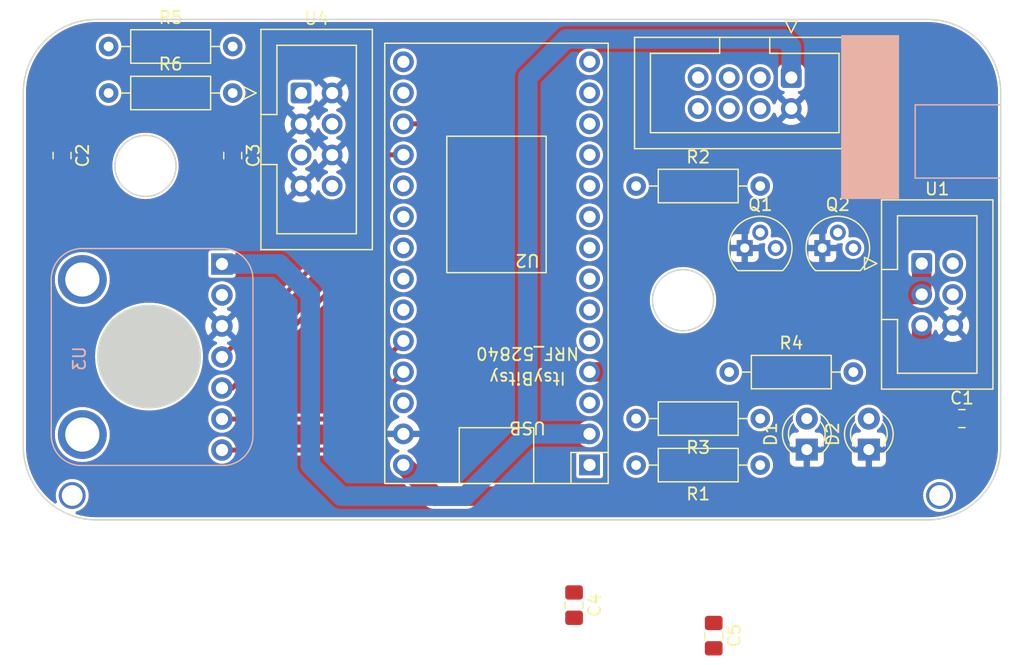
<source format=kicad_pcb>
(kicad_pcb (version 20221018) (generator pcbnew)
  (layers (0 "F.Cu" signal) (31 "B.Cu" signal) (34 "B.Paste" user) (35 "F.Paste" user) (36 "B.SilkS" user "B.Silkscreen") (37 "F.SilkS" user "F.Silkscreen") (38 "B.Mask" user) (39 "F.Mask" user) (44 "Edge.Cuts" user))
  (net 0 "")
  (net 1 "/Button_Green")
  (net 2 "GND")
  (net 3 "/Button_Red")
  (net 4 "+3.3V")
  (net 5 "Net-(D1-A)")
  (net 6 "Net-(D2-A)")
  (net 7 "Net-(Q1-G)")
  (net 8 "/Valve-")
  (net 9 "Net-(Q2-G)")
  (net 10 "/Pump-")
  (net 11 "/Valve_Ctrl")
  (net 12 "/Pump_Ctrl")
  (net 13 "Net-(R5-Pad2)")
  (net 14 "Net-(R6-Pad2)")
  (net 15 "VDD")
  (net 16 "+BATT")
  (net 19 "/EOC")
  (net 20 "/Sensor_RESET")
  (net 21 "/BL")
  (net 22 "/Display_RESET")
  (net 23 "/CS")
  (net 24 "/DC")
  (net 25 "/SCK")
  (net 26 "/MOSI")
  (net 31 "Net-(U2-SDA)")
  (net 32 "Net-(U2-SCL)")
  (net 33 "/Led_Red")
  (net 34 "/Led_Green")
  (footprint "Resistor_THT:R_Axial_DIN0207_L6.3mm_D2.5mm_P10.16mm_Horizontal" (layer "F.Cu") (at -323.85 119.38)
    (fp_text reference "R4" (at 5.08 -2.37) (layer "F.SilkS"))
    (fp_text value "100R")
    (fp_line (start 1.04 0) (end 1.81 0) (stroke (width 0.12)) (layer "F.SilkS"))
    (fp_line (start 1.81 -1.37) (end 1.81 1.37) (stroke (width 0.12)) (layer "F.SilkS"))
    (fp_line (start 1.81 1.37) (end 8.35 1.37) (stroke (width 0.12)) (layer "F.SilkS"))
    (fp_line (start 8.35 -1.37) (end 1.81 -1.37) (stroke (width 0.12)) (layer "F.SilkS"))
    (fp_line (start 8.35 1.37) (end 8.35 -1.37) (stroke (width 0.12)) (layer "F.SilkS"))
    (fp_line (start 9.12 0) (end 8.35 0) (stroke (width 0.12)) (layer "F.SilkS"))
    (pad "1" thru_hole circle (at 0 0) (size 1.6 1.6) (drill 0.8) (layers "*.Cu" "*.Mask") (net 12 "/Pump_Ctrl"))
    (pad "2" thru_hole oval (at 10.16 0) (size 1.6 1.6) (drill 0.8) (layers "*.Cu" "*.Mask") (net 9 "Net-(Q2-G)"))
  )
  (footprint "_PRO_MCU:BoardGeometry" (layer "F.Cu") (at -341.63 110.49)
    (fp_text reference "Logo" hide)
    (fp_text value "BoardGeometry")
    (fp_line (start 33 -13) (end 40 -13) (stroke (width 0.12)) (layer "B.SilkS"))
    (fp_line (start 33 -7) (end 33 -13) (stroke (width 0.12)) (layer "B.SilkS"))
    (fp_line (start 40 -7) (end 33 -7) (stroke (width 0.12)) (layer "B.SilkS"))
    (fp_rect (start 31.624 -18.652) (end 27 -5.348) (stroke (width 0.12)) (fill solid) (layer "B.SilkS"))
    (fp_line (start -40 15) (end -40 -14) (stroke (width 0.12)) (layer "Edge.Cuts"))
    (fp_line (start -34 -20) (end 34 -20) (stroke (width 0.12)) (layer "Edge.Cuts"))
    (fp_line (start 34 21) (end -34 21) (stroke (width 0.12)) (layer "Edge.Cuts"))
    (fp_line (start 40 -14) (end 40 15) (stroke (width 0.12)) (layer "Edge.Cuts"))
    (fp_arc (start -40 -14) (mid -38.242641 -18.242641) (end -34 -20) (stroke (width 0.12)) (layer "Edge.Cuts"))
    (fp_arc (start -34 21) (mid -38.242641 19.242641) (end -40 15) (stroke (width 0.12)) (layer "Edge.Cuts"))
    (fp_arc (start 34 -20) (mid 38.242641 -18.242641) (end 40 -14) (stroke (width 0.12)) (layer "Edge.Cuts"))
    (fp_arc (start 40 15) (mid 38.242641 19.242641) (end 34 21) (stroke (width 0.12)) (layer "Edge.Cuts"))
    (fp_circle (center -30 -8) (end -27.5 -8) (stroke (width 0.12)) (fill none) (layer "Edge.Cuts"))
    (fp_circle (center 14 3) (end 16.5 3) (stroke (width 0.12)) (fill none) (layer "Edge.Cuts"))
    (pad "" thru_hole circle (at -36 19) (size 2.2 2.2) (drill 1.7) (layers "*.Cu" "*.Mask"))
    (pad "" thru_hole circle (at 35 19) (size 2.2 2.2) (drill 1.7) (layers "*.Cu" "*.Mask"))
  )
  (footprint "Capacitor_SMD:C_0805_2012Metric_Pad1.18x1.45mm_HandSolder" (layer "F.Cu") (at -325.12 140.97 -90)
    (fp_text reference "C5" (at 0 -1.68 -90) (layer "F.SilkS"))
    (fp_text value "220nF")
    (fp_line (start -0.261252 -0.735) (end 0.261252 -0.735) (stroke (width 0.12)) (layer "F.SilkS"))
    (fp_line (start -0.261252 0.735) (end 0.261252 0.735) (stroke (width 0.12)) (layer "F.SilkS"))
    (pad "1" smd roundrect (at -1.0375 0 270) (size 1.175 1.45) (layers "F.Cu" "F.Paste" "F.Mask") (roundrect_rratio 0.212766) (net 4 "+3.3V"))
    (pad "2" smd roundrect (at 1.0375 0 270) (size 1.175 1.45) (layers "F.Cu" "F.Paste" "F.Mask") (roundrect_rratio 0.212766) (net 2 "GND"))
  )
  (footprint "PRO_MCU:ItsyBitsy_NRF52840" (layer "F.Cu") (at -342.9 111.76 180)
    (fp_text reference "U2" (at -2.54 1.524 180 unlocked) (layer "F.SilkS"))
    (fp_text value "ItsyBitsy_NRF52840")
    (fp_text user "NRF_52840" (at -2.54 -6.096 180 unlocked) (layer "F.SilkS"))
    (fp_text user "ItsyBitsy" (at -2.54 -8.128 180 unlocked) (layer "F.SilkS"))
    (fp_text user "USB" (at -2.54 -12.192 180 unlocked) (layer "F.SilkS"))
    (fp_line (start -6.096 -16.748) (end -6.096 -14.208) (stroke (width 0.12)) (layer "F.SilkS"))
    (fp_line (start -6.096 -14.208) (end -9.144 -14.208) (stroke (width 0.12)) (layer "F.SilkS"))
    (fp_rect (start -9.144 -16.748) (end 9.144 19.32) (stroke (width 0.12)) (fill none) (layer "F.SilkS"))
    (fp_rect (start -4.064 0.524) (end 4.064 11.7) (stroke (width 0.12)) (fill none) (layer "F.SilkS"))
    (fp_rect (start -3.048 -16.748) (end 3.048 -12.176) (stroke (width 0.12)) (fill none) (layer "F.SilkS"))
    (pad "1" thru_hole rect (at -7.62 -15.224 180) (size 1.7 1.7) (drill 1) (layers "*.Cu" "*.Mask"))
    (pad "2" thru_hole oval (at -7.62 -12.684 180) (size 1.7 1.7) (drill 1) (layers "*.Cu" "*.Mask") (net 4 "+3.3V"))
    (pad "3" thru_hole oval (at -7.62 -10.144 180) (size 1.7 1.7) (drill 1) (layers "*.Cu" "*.Mask"))
    (pad "4" thru_hole oval (at -7.62 -7.604 180) (size 1.7 1.7) (drill 1) (layers "*.Cu" "*.Mask") (net 15 "VDD"))
    (pad "5" thru_hole oval (at -7.62 -5.064 180) (size 1.7 1.7) (drill 1) (layers "*.Cu" "*.Mask") (net 11 "/Valve_Ctrl"))
    (pad "6" thru_hole oval (at -7.62 -2.524 180) (size 1.7 1.7) (drill 1) (layers "*.Cu" "*.Mask") (net 12 "/Pump_Ctrl"))
    (pad "7" thru_hole oval (at -7.62 0.016 180) (size 1.7 1.7) (drill 1) (layers "*.Cu" "*.Mask") (net 21 "/BL"))
    (pad "8" thru_hole oval (at -7.62 2.556 180) (size 1.7 1.7) (drill 1) (layers "*.Cu" "*.Mask") (net 22 "/Display_RESET"))
    (pad "9" thru_hole oval (at -7.62 5.096 180) (size 1.7 1.7) (drill 1) (layers "*.Cu" "*.Mask") (net 23 "/CS"))
    (pad "10" thru_hole oval (at -7.62 7.636 180) (size 1.7 1.7) (drill 1) (layers "*.Cu" "*.Mask") (net 24 "/DC"))
    (pad "11" thru_hole oval (at -7.62 10.176 180) (size 1.7 1.7) (drill 1) (layers "*.Cu" "*.Mask") (net 25 "/SCK"))
    (pad "12" thru_hole oval (at -7.62 12.716 180) (size 1.7 1.7) (drill 1) (layers "*.Cu" "*.Mask") (net 26 "/MOSI"))
    (pad "13" thru_hole oval (at -7.62 15.256 180) (size 1.7 1.7) (drill 1) (layers "*.Cu" "*.Mask"))
    (pad "14" thru_hole oval (at -7.62 17.796 180) (size 1.7 1.7) (drill 1) (layers "*.Cu" "*.Mask"))
    (pad "15" thru_hole oval (at 7.62 17.796 180) (size 1.7 1.7) (drill 1) (layers "*.Cu" "*.Mask"))
    (pad "16" thru_hole oval (at 7.62 15.256 180) (size 1.7 1.7) (drill 1) (layers "*.Cu" "*.Mask"))
    (pad "17" thru_hole oval (at 7.62 12.716 180) (size 1.7 1.7) (drill 1) (layers "*.Cu" "*.Mask") (net 31 "Net-(U2-SDA)"))
    (pad "18" thru_hole oval (at 7.62 10.176 180) (size 1.7 1.7) (drill 1) (layers "*.Cu" "*.Mask") (net 32 "Net-(U2-SCL)"))
    (pad "19" thru_hole oval (at 7.62 7.636 180) (size 1.7 1.7) (drill 1) (layers "*.Cu" "*.Mask") (net 33 "/Led_Red"))
    (pad "20" thru_hole oval (at 7.62 5.096 180) (size 1.7 1.7) (drill 1) (layers "*.Cu" "*.Mask") (net 1 "/Button_Green"))
    (pad "21" thru_hole oval (at 7.62 2.556 180) (size 1.7 1.7) (drill 1) (layers "*.Cu" "*.Mask") (net 3 "/Button_Red"))
    (pad "22" thru_hole oval (at 7.62 0.016 180) (size 1.7 1.7) (drill 1) (layers "*.Cu" "*.Mask") (net 34 "/Led_Green"))
    (pad "23" thru_hole oval (at 7.62 -2.524 180) (size 1.7 1.7) (drill 1) (layers "*.Cu" "*.Mask"))
    (pad "24" thru_hole oval (at 7.62 -5.064 180) (size 1.7 1.7) (drill 1) (layers "*.Cu" "*.Mask") (net 19 "/EOC"))
    (pad "25" thru_hole oval (at 7.62 -7.604 180) (size 1.7 1.7) (drill 1) (layers "*.Cu" "*.Mask") (net 20 "/Sensor_RESET"))
    (pad "26" thru_hole oval (at 7.62 -10.144 180) (size 1.7 1.7) (drill 1) (layers "*.Cu" "*.Mask"))
    (pad "27" thru_hole oval (at 7.62 -12.684 180) (size 1.7 1.7) (drill 1) (layers "*.Cu" "*.Mask") (net 2 "GND"))
    (pad "28" thru_hole oval (at 7.62 -15.224 180) (size 1.7 1.7) (drill 1) (layers "*.Cu" "*.Mask") (net 16 "+BATT"))
  )
  (footprint "Resistor_THT:R_Axial_DIN0207_L6.3mm_D2.5mm_P10.16mm_Horizontal" (layer "F.Cu") (at -321.31 127 180)
    (fp_text reference "R1" (at 5.08 -2.37) (layer "F.SilkS"))
    (fp_text value "680R")
    (fp_line (start 1.04 0) (end 1.81 0) (stroke (width 0.12)) (layer "F.SilkS"))
    (fp_line (start 1.81 -1.37) (end 1.81 1.37) (stroke (width 0.12)) (layer "F.SilkS"))
    (fp_line (start 1.81 1.37) (end 8.35 1.37) (stroke (width 0.12)) (layer "F.SilkS"))
    (fp_line (start 8.35 -1.37) (end 1.81 -1.37) (stroke (width 0.12)) (layer "F.SilkS"))
    (fp_line (start 8.35 1.37) (end 8.35 -1.37) (stroke (width 0.12)) (layer "F.SilkS"))
    (fp_line (start 9.12 0) (end 8.35 0) (stroke (width 0.12)) (layer "F.SilkS"))
    (pad "1" thru_hole circle (at 0 0 180) (size 1.6 1.6) (drill 0.8) (layers "*.Cu" "*.Mask") (net 5 "Net-(D1-A)"))
    (pad "2" thru_hole oval (at 10.16 0 180) (size 1.6 1.6) (drill 0.8) (layers "*.Cu" "*.Mask") (net 11 "/Valve_Ctrl"))
  )
  (footprint "Capacitor_SMD:C_0805_2012Metric_Pad1.18x1.45mm_HandSolder" (layer "F.Cu") (at -336.55 138.47 -90)
    (fp_text reference "C4" (at 0 -1.68 -90) (layer "F.SilkS"))
    (fp_text value "220nF")
    (fp_line (start -0.261252 -0.735) (end 0.261252 -0.735) (stroke (width 0.12)) (layer "F.SilkS"))
    (fp_line (start -0.261252 0.735) (end 0.261252 0.735) (stroke (width 0.12)) (layer "F.SilkS"))
    (pad "1" smd roundrect (at -1.0375 0 270) (size 1.175 1.45) (layers "F.Cu" "F.Paste" "F.Mask") (roundrect_rratio 0.212766) (net 4 "+3.3V"))
    (pad "2" smd roundrect (at 1.0375 0 270) (size 1.175 1.45) (layers "F.Cu" "F.Paste" "F.Mask") (roundrect_rratio 0.212766) (net 2 "GND"))
  )
  (footprint "Capacitor_SMD:C_0805_2012Metric_Pad1.18x1.45mm_HandSolder" (layer "F.Cu") (at -378.46 101.64 -90)
    (fp_text reference "C2" (at 0 -1.68 -90) (layer "F.SilkS"))
    (fp_text value "220nF")
    (fp_line (start -0.261252 -0.735) (end 0.261252 -0.735) (stroke (width 0.12)) (layer "F.SilkS"))
    (fp_line (start -0.261252 0.735) (end 0.261252 0.735) (stroke (width 0.12)) (layer "F.SilkS"))
    (pad "1" smd roundrect (at -1.0375 0 270) (size 1.175 1.45) (layers "F.Cu" "F.Paste" "F.Mask") (roundrect_rratio 0.212766) (net 1 "/Button_Green"))
    (pad "2" smd roundrect (at 1.0375 0 270) (size 1.175 1.45) (layers "F.Cu" "F.Paste" "F.Mask") (roundrect_rratio 0.212766) (net 2 "GND"))
  )
  (footprint "Resistor_THT:R_Axial_DIN0207_L6.3mm_D2.5mm_P10.16mm_Horizontal" (layer "F.Cu") (at -331.47 104.14)
    (fp_text reference "R2" (at 5.08 -2.37) (layer "F.SilkS"))
    (fp_text value "100R")
    (fp_line (start 1.04 0) (end 1.81 0) (stroke (width 0.12)) (layer "F.SilkS"))
    (fp_line (start 1.81 -1.37) (end 1.81 1.37) (stroke (width 0.12)) (layer "F.SilkS"))
    (fp_line (start 1.81 1.37) (end 8.35 1.37) (stroke (width 0.12)) (layer "F.SilkS"))
    (fp_line (start 8.35 -1.37) (end 1.81 -1.37) (stroke (width 0.12)) (layer "F.SilkS"))
    (fp_line (start 8.35 1.37) (end 8.35 -1.37) (stroke (width 0.12)) (layer "F.SilkS"))
    (fp_line (start 9.12 0) (end 8.35 0) (stroke (width 0.12)) (layer "F.SilkS"))
    (pad "1" thru_hole circle (at 0 0) (size 1.6 1.6) (drill 0.8) (layers "*.Cu" "*.Mask") (net 11 "/Valve_Ctrl"))
    (pad "2" thru_hole oval (at 10.16 0) (size 1.6 1.6) (drill 0.8) (layers "*.Cu" "*.Mask") (net 7 "Net-(Q1-G)"))
  )
  (footprint "Connector_IDC:IDC-Header_2x03_P2.54mm_Vertical" (layer "F.Cu") (at -308.0925 110.485)
    (fp_text reference "U1" (at 1.27 -6.1) (layer "F.SilkS"))
    (fp_text value "Chassis")
    (fp_line (start -4.68 -0.5) (end -4.68 0.5) (stroke (width 0.12)) (layer "F.SilkS"))
    (fp_line (start -4.68 0.5) (end -3.68 0) (stroke (width 0.12)) (layer "F.SilkS"))
    (fp_line (start -3.68 0) (end -4.68 -0.5) (stroke (width 0.12)) (layer "F.SilkS"))
    (fp_line (start -3.29 -5.21) (end 5.83 -5.21) (stroke (width 0.12)) (layer "F.SilkS"))
    (fp_line (start -3.29 0.49) (end -1.98 0.49) (stroke (width 0.12)) (layer "F.SilkS"))
    (fp_line (start -3.29 10.29) (end -3.29 -5.21) (stroke (width 0.12)) (layer "F.SilkS"))
    (fp_line (start -1.98 -3.91) (end 4.52 -3.91) (stroke (width 0.12)) (layer "F.SilkS"))
    (fp_line (start -1.98 0.49) (end -1.98 -3.91) (stroke (width 0.12)) (layer "F.SilkS"))
    (fp_line (start -1.98 4.59) (end -3.29 4.59) (stroke (width 0.12)) (layer "F.SilkS"))
    (fp_line (start -1.98 4.59) (end -1.98 4.59) (stroke (width 0.12)) (layer "F.SilkS"))
    (fp_line (start -1.98 8.99) (end -1.98 4.59) (stroke (width 0.12)) (layer "F.SilkS"))
    (fp_line (start 4.52 -3.91) (end 4.52 8.99) (stroke (width 0.12)) (layer "F.SilkS"))
    (fp_line (start 4.52 8.99) (end -1.98 8.99) (stroke (width 0.12)) (layer "F.SilkS"))
    (fp_line (start 5.83 -5.21) (end 5.83 10.29) (stroke (width 0.12)) (layer "F.SilkS"))
    (fp_line (start 5.83 10.29) (end -3.29 10.29) (stroke (width 0.12)) (layer "F.SilkS"))
    (pad "1" thru_hole roundrect (at 0 0) (size 1.7 1.7) (drill 1) (layers "*.Cu" "*.Mask") (roundrect_rratio 0.147059) (net 15 "VDD"))
    (pad "2" thru_hole circle (at 2.54 0) (size 1.7 1.7) (drill 1) (layers "*.Cu" "*.Mask") (net 10 "/Pump-"))
    (pad "3" thru_hole circle (at 0 2.54) (size 1.7 1.7) (drill 1) (layers "*.Cu" "*.Mask") (net 15 "VDD"))
    (pad "4" thru_hole circle (at 2.54 2.54) (size 1.7 1.7) (drill 1) (layers "*.Cu" "*.Mask") (net 8 "/Valve-"))
    (pad "5" thru_hole circle (at 0 5.08) (size 1.7 1.7) (drill 1) (layers "*.Cu" "*.Mask") (net 16 "+BATT"))
    (pad "6" thru_hole circle (at 2.54 5.08) (size 1.7 1.7) (drill 1) (layers "*.Cu" "*.Mask") (net 2 "GND"))
  )
  (footprint "Capacitor_SMD:C_0805_2012Metric_Pad1.18x1.45mm_HandSolder" (layer "F.Cu") (at -304.8 123.19)
    (fp_text reference "C1" (at 0 -1.68) (layer "F.SilkS"))
    (fp_text value "4u7")
    (fp_line (start -0.261252 -0.735) (end 0.261252 -0.735) (stroke (width 0.12)) (layer "F.SilkS"))
    (fp_line (start -0.261252 0.735) (end 0.261252 0.735) (stroke (width 0.12)) (layer "F.SilkS"))
    (pad "1" smd roundrect (at -1.0375 0) (size 1.175 1.45) (layers "F.Cu" "F.Paste" "F.Mask") (roundrect_rratio 0.212766) (net 16 "+BATT"))
    (pad "2" smd roundrect (at 1.0375 0) (size 1.175 1.45) (layers "F.Cu" "F.Paste" "F.Mask") (roundrect_rratio 0.212766) (net 2 "GND"))
  )
  (footprint "Package_TO_SOT_THT:TO-92" (layer "F.Cu") (at -316.23 109.22)
    (fp_text reference "Q2" (at 1.27 -3.56) (layer "F.SilkS"))
    (fp_text value "TN0702")
    (fp_line (start -0.53 1.85) (end 3.07 1.85) (stroke (width 0.12)) (layer "F.SilkS"))
    (fp_arc (start -0.568478 1.838478) (mid -1.132087 -0.994977) (end 1.27 -2.6) (stroke (width 0.12)) (layer "F.SilkS"))
    (fp_arc (start 1.27 -2.6) (mid 3.672087 -0.994977) (end 3.108478 1.838478) (stroke (width 0.12)) (layer "F.SilkS"))
    (pad "1" thru_hole rect (at 0 0) (size 1.3 1.3) (drill 0.75) (layers "*.Cu" "*.Mask") (net 2 "GND"))
    (pad "2" thru_hole circle (at 1.27 -1.27) (size 1.3 1.3) (drill 0.75) (layers "*.Cu" "*.Mask") (net 9 "Net-(Q2-G)"))
    (pad "3" thru_hole circle (at 2.54 0) (size 1.3 1.3) (drill 0.75) (layers "*.Cu" "*.Mask") (net 10 "/Pump-"))
  )
  (footprint "Capacitor_SMD:C_0805_2012Metric_Pad1.18x1.45mm_HandSolder" (layer "F.Cu") (at -364.49 101.64 -90)
    (fp_text reference "C3" (at 0 -1.68 -90) (layer "F.SilkS"))
    (fp_text value "220nF")
    (fp_line (start -0.261252 -0.735) (end 0.261252 -0.735) (stroke (width 0.12)) (layer "F.SilkS"))
    (fp_line (start -0.261252 0.735) (end 0.261252 0.735) (stroke (width 0.12)) (layer "F.SilkS"))
    (pad "1" smd roundrect (at -1.0375 0 270) (size 1.175 1.45) (layers "F.Cu" "F.Paste" "F.Mask") (roundrect_rratio 0.212766) (net 3 "/Button_Red"))
    (pad "2" smd roundrect (at 1.0375 0 270) (size 1.175 1.45) (layers "F.Cu" "F.Paste" "F.Mask") (roundrect_rratio 0.212766) (net 2 "GND"))
  )
  (footprint "Resistor_THT:R_Axial_DIN0207_L6.3mm_D2.5mm_P10.16mm_Horizontal" (layer "F.Cu") (at -374.65 96.52)
    (fp_text reference "R6" (at 5.08 -2.37) (layer "F.SilkS"))
    (fp_text value "4K7")
    (fp_line (start 1.04 0) (end 1.81 0) (stroke (width 0.12)) (layer "F.SilkS"))
    (fp_line (start 1.81 -1.37) (end 1.81 1.37) (stroke (width 0.12)) (layer "F.SilkS"))
    (fp_line (start 1.81 1.37) (end 8.35 1.37) (stroke (width 0.12)) (layer "F.SilkS"))
    (fp_line (start 8.35 -1.37) (end 1.81 -1.37) (stroke (width 0.12)) (layer "F.SilkS"))
    (fp_line (start 8.35 1.37) (end 8.35 -1.37) (stroke (width 0.12)) (layer "F.SilkS"))
    (fp_line (start 9.12 0) (end 8.35 0) (stroke (width 0.12)) (layer "F.SilkS"))
    (pad "1" thru_hole circle (at 0 0) (size 1.6 1.6) (drill 0.8) (layers "*.Cu" "*.Mask") (net 3 "/Button_Red"))
    (pad "2" thru_hole oval (at 10.16 0) (size 1.6 1.6) (drill 0.8) (layers "*.Cu" "*.Mask") (net 14 "Net-(R6-Pad2)"))
  )
  (footprint "Connector_IDC:IDC-Header_2x04_P2.54mm_Vertical" (layer "F.Cu") (at -318.77 95.25 -90)
    (fp_text reference "U5" (at 1.27 -6.1 90) (layer "F.SilkS"))
    (fp_text value "waveshare_15867")
    (fp_line (start -4.68 -0.5) (end -4.68 0.5) (stroke (width 0.12)) (layer "F.SilkS"))
    (fp_line (start -4.68 0.5) (end -3.68 0) (stroke (width 0.12)) (layer "F.SilkS"))
    (fp_line (start -3.68 0) (end -4.68 -0.5) (stroke (width 0.12)) (layer "F.SilkS"))
    (fp_line (start -3.29 -5.21) (end 5.83 -5.21) (stroke (width 0.12)) (layer "F.SilkS"))
    (fp_line (start -3.29 1.76) (end -1.98 1.76) (stroke (width 0.12)) (layer "F.SilkS"))
    (fp_line (start -3.29 12.83) (end -3.29 -5.21) (stroke (width 0.12)) (layer "F.SilkS"))
    (fp_line (start -1.98 -3.91) (end 4.52 -3.91) (stroke (width 0.12)) (layer "F.SilkS"))
    (fp_line (start -1.98 1.76) (end -1.98 -3.91) (stroke (width 0.12)) (layer "F.SilkS"))
    (fp_line (start -1.98 5.86) (end -3.29 5.86) (stroke (width 0.12)) (layer "F.SilkS"))
    (fp_line (start -1.98 5.86) (end -1.98 5.86) (stroke (width 0.12)) (layer "F.SilkS"))
    (fp_line (start -1.98 11.53) (end -1.98 5.86) (stroke (width 0.12)) (layer "F.SilkS"))
    (fp_line (start 4.52 -3.91) (end 4.52 11.53) (stroke (width 0.12)) (layer "F.SilkS"))
    (fp_line (start 4.52 11.53) (end -1.98 11.53) (stroke (width 0.12)) (layer "F.SilkS"))
    (fp_line (start 5.83 -5.21) (end 5.83 12.83) (stroke (width 0.12)) (layer "F.SilkS"))
    (fp_line (start 5.83 12.83) (end -3.29 12.83) (stroke (width 0.12)) (layer "F.SilkS"))
    (pad "1" thru_hole roundrect (at 0 0 270) (size 1.7 1.7) (drill 1) (layers "*.Cu" "*.Mask") (roundrect_rratio 0.147059) (net 4 "+3.3V"))
    (pad "2" thru_hole circle (at 2.54 0 270) (size 1.7 1.7) (drill 1) (layers "*.Cu" "*.Mask") (net 2 "GND"))
    (pad "3" thru_hole circle (at 0 2.54 270) (size 1.7 1.7) (drill 1) (layers "*.Cu" "*.Mask") (net 26 "/MOSI"))
    (pad "4" thru_hole circle (at 2.54 2.54 270) (size 1.7 1.7) (drill 1) (layers "*.Cu" "*.Mask") (net 25 "/SCK"))
    (pad "5" thru_hole circle (at 0 5.08 270) (size 1.7 1.7) (drill 1) (layers "*.Cu" "*.Mask") (net 23 "/CS"))
    (pad "6" thru_hole circle (at 2.54 5.08 270) (size 1.7 1.7) (drill 1) (layers "*.Cu" "*.Mask") (net 24 "/DC"))
    (pad "7" thru_hole circle (at 0 7.62 270) (size 1.7 1.7) (drill 1) (layers "*.Cu" "*.Mask") (net 22 "/Display_RESET"))
    (pad "8" thru_hole circle (at 2.54 7.62 270) (size 1.7 1.7) (drill 1) (layers "*.Cu" "*.Mask") (net 21 "/BL"))
  )
  (footprint "Package_TO_SOT_THT:TO-92" (layer "F.Cu") (at -322.58 109.22)
    (fp_text reference "Q1" (at 1.27 -3.56) (layer "F.SilkS"))
    (fp_text value "TN0702")
    (fp_line (start -0.53 1.85) (end 3.07 1.85) (stroke (width 0.12)) (layer "F.SilkS"))
    (fp_arc (start -0.568478 1.838478) (mid -1.132087 -0.994977) (end 1.27 -2.6) (stroke (width 0.12)) (layer "F.SilkS"))
    (fp_arc (start 1.27 -2.6) (mid 3.672087 -0.994977) (end 3.108478 1.838478) (stroke (width 0.12)) (layer "F.SilkS"))
    (pad "1" thru_hole rect (at 0 0) (size 1.3 1.3) (drill 0.75) (layers "*.Cu" "*.Mask") (net 2 "GND"))
    (pad "2" thru_hole circle (at 1.27 -1.27) (size 1.3 1.3) (drill 0.75) (layers "*.Cu" "*.Mask") (net 7 "Net-(Q1-G)"))
    (pad "3" thru_hole circle (at 2.54 0) (size 1.3 1.3) (drill 0.75) (layers "*.Cu" "*.Mask") (net 8 "/Valve-"))
  )
  (footprint "LED_THT:LED_D3.0mm" (layer "F.Cu") (at -312.42 125.73 90)
    (fp_text reference "D2" (at 1.27 -2.96 90) (layer "F.SilkS"))
    (fp_text value "LED")
    (fp_line (start -0.29 -1.236) (end -0.29 -1.08) (stroke (width 0.12)) (layer "F.SilkS"))
    (fp_line (start -0.29 1.08) (end -0.29 1.236) (stroke (width 0.12)) (layer "F.SilkS"))
    (fp_arc (start -0.29 -1.235516) (mid 1.366487 -1.987659) (end 2.942335 -1.078608) (stroke (width 0.12)) (layer "F.SilkS"))
    (fp_arc (start 0.229039 -1.08) (mid 1.270117 -1.5) (end 2.31113 -1.079837) (stroke (width 0.12)) (layer "F.SilkS"))
    (fp_arc (start 2.31113 1.079837) (mid 1.270117 1.5) (end 0.229039 1.08) (stroke (width 0.12)) (layer "F.SilkS"))
    (fp_arc (start 2.942335 1.078608) (mid 1.366487 1.987659) (end -0.29 1.235516) (stroke (width 0.12)) (layer "F.SilkS"))
    (pad "1" thru_hole rect (at 0 0 90) (size 1.8 1.8) (drill 0.9) (layers "*.Cu" "*.Mask") (net 2 "GND"))
    (pad "2" thru_hole circle (at 2.54 0 90) (size 1.8 1.8) (drill 0.9) (layers "*.Cu" "*.Mask") (net 6 "Net-(D2-A)"))
  )
  (footprint "Resistor_THT:R_Axial_DIN0207_L6.3mm_D2.5mm_P10.16mm_Horizontal" (layer "F.Cu") (at -374.65 92.71)
    (fp_text reference "R5" (at 5.08 -2.37) (layer "F.SilkS"))
    (fp_text value "4K7")
    (fp_line (start 1.04 0) (end 1.81 0) (stroke (width 0.12)) (layer "F.SilkS"))
    (fp_line (start 1.81 -1.37) (end 1.81 1.37) (stroke (width 0.12)) (layer "F.SilkS"))
    (fp_line (start 1.81 1.37) (end 8.35 1.37) (stroke (width 0.12)) (layer "F.SilkS"))
    (fp_line (start 8.35 -1.37) (end 1.81 -1.37) (stroke (width 0.12)) (layer "F.SilkS"))
    (fp_line (start 8.35 1.37) (end 8.35 -1.37) (stroke (width 0.12)) (layer "F.SilkS"))
    (fp_line (start 9.12 0) (end 8.35 0) (stroke (width 0.12)) (layer "F.SilkS"))
    (pad "1" thru_hole circle (at 0 0) (size 1.6 1.6) (drill 0.8) (layers "*.Cu" "*.Mask") (net 1 "/Button_Green"))
    (pad "2" thru_hole oval (at 10.16 0) (size 1.6 1.6) (drill 0.8) (layers "*.Cu" "*.Mask") (net 13 "Net-(R5-Pad2)"))
  )
  (footprint "Resistor_THT:R_Axial_DIN0207_L6.3mm_D2.5mm_P10.16mm_Horizontal" (layer "F.Cu") (at -321.31 123.19 180)
    (fp_text reference "R3" (at 5.08 -2.37) (layer "F.SilkS"))
    (fp_text value "680R")
    (fp_line (start 1.04 0) (end 1.81 0) (stroke (width 0.12)) (layer "F.SilkS"))
    (fp_line (start 1.81 -1.37) (end 1.81 1.37) (stroke (width 0.12)) (layer "F.SilkS"))
    (fp_line (start 1.81 1.37) (end 8.35 1.37) (stroke (width 0.12)) (layer "F.SilkS"))
    (fp_line (start 8.35 -1.37) (end 1.81 -1.37) (stroke (width 0.12)) (layer "F.SilkS"))
    (fp_line (start 8.35 1.37) (end 8.35 -1.37) (stroke (width 0.12)) (layer "F.SilkS"))
    (fp_line (start 9.12 0) (end 8.35 0) (stroke (width 0.12)) (layer "F.SilkS"))
    (pad "1" thru_hole circle (at 0 0 180) (size 1.6 1.6) (drill 0.8) (layers "*.Cu" "*.Mask") (net 6 "Net-(D2-A)"))
    (pad "2" thru_hole oval (at 10.16 0 180) (size 1.6 1.6) (drill 0.8) (layers "*.Cu" "*.Mask") (net 12 "/Pump_Ctrl"))
  )
  (footprint "Connector_IDC:IDC-Header_2x04_P2.54mm_Vertical" (layer "F.Cu") (at -358.8925 96.52)
    (fp_text reference "U4" (at 1.27 -6.1) (layer "F.SilkS"))
    (fp_text value "Buttons_LED")
    (fp_line (start -4.68 -0.5) (end -4.68 0.5) (stroke (width 0.12)) (layer "F.SilkS"))
    (fp_line (start -4.68 0.5) (end -3.68 0) (stroke (width 0.12)) (layer "F.SilkS"))
    (fp_line (start -3.68 0) (end -4.68 -0.5) (stroke (width 0.12)) (layer "F.SilkS"))
    (fp_line (start -3.29 -5.21) (end 5.83 -5.21) (stroke (width 0.12)) (layer "F.SilkS"))
    (fp_line (start -3.29 1.76) (end -1.98 1.76) (stroke (width 0.12)) (layer "F.SilkS"))
    (fp_line (start -3.29 12.83) (end -3.29 -5.21) (stroke (width 0.12)) (layer "F.SilkS"))
    (fp_line (start -1.98 -3.91) (end 4.52 -3.91) (stroke (width 0.12)) (layer "F.SilkS"))
    (fp_line (start -1.98 1.76) (end -1.98 -3.91) (stroke (width 0.12)) (layer "F.SilkS"))
    (fp_line (start -1.98 5.86) (end -3.29 5.86) (stroke (width 0.12)) (layer "F.SilkS"))
    (fp_line (start -1.98 5.86) (end -1.98 5.86) (stroke (width 0.12)) (layer "F.SilkS"))
    (fp_line (start -1.98 11.53) (end -1.98 5.86) (stroke (width 0.12)) (layer "F.SilkS"))
    (fp_line (start 4.52 -3.91) (end 4.52 11.53) (stroke (width 0.12)) (layer "F.SilkS"))
    (fp_line (start 4.52 11.53) (end -1.98 11.53) (stroke (width 0.12)) (layer "F.SilkS"))
    (fp_line (start 5.83 -5.21) (end 5.83 12.83) (stroke (width 0.12)) (layer "F.SilkS"))
    (fp_line (start 5.83 12.83) (end -3.29 12.83) (stroke (width 0.12)) (layer "F.SilkS"))
    (pad "1" thru_hole roundrect (at 0 0) (size 1.7 1.7) (drill 1) (layers "*.Cu" "*.Mask") (roundrect_rratio 0.147059) (net 13 "Net-(R5-Pad2)"))
    (pad "2" thru_hole circle (at 2.54 0) (size 1.7 1.7) (drill 1) (layers "*.Cu" "*.Mask") (net 2 "GND"))
    (pad "3" thru_hole circle (at 0 2.54) (size 1.7 1.7) (drill 1) (layers "*.Cu" "*.Mask") (net 2 "GND"))
    (pad "4" thru_hole circle (at 2.54 2.54) (size 1.7 1.7) (drill 1) (layers "*.Cu" "*.Mask") (net 34 "/Led_Green"))
    (pad "5" thru_hole circle (at 0 5.08) (size 1.7 1.7) (drill 1) (layers "*.Cu" "*.Mask") (net 14 "Net-(R6-Pad2)"))
    (pad "6" thru_hole circle (at 2.54 5.08) (size 1.7 1.7) (drill 1) (layers "*.Cu" "*.Mask") (net 2 "GND"))
    (pad "7" thru_hole circle (at 0 7.62) (size 1.7 1.7) (drill 1) (layers "*.Cu" "*.Mask") (net 2 "GND"))
    (pad "8" thru_hole circle (at 2.54 7.62) (size 1.7 1.7) (drill 1) (layers "*.Cu" "*.Mask") (net 33 "/Led_Red"))
  )
  (footprint "LED_THT:LED_D3.0mm" (layer "F.Cu") (at -317.5 125.73 90)
    (fp_text reference "D1" (at 1.27 -2.96 90) (layer "F.SilkS"))
    (fp_text value "LED")
    (fp_line (start -0.29 -1.236) (end -0.29 -1.08) (stroke (width 0.12)) (layer "F.SilkS"))
    (fp_line (start -0.29 1.08) (end -0.29 1.236) (stroke (width 0.12)) (layer "F.SilkS"))
    (fp_arc (start -0.29 -1.235516) (mid 1.366487 -1.987659) (end 2.942335 -1.078608) (stroke (width 0.12)) (layer "F.SilkS"))
    (fp_arc (start 0.229039 -1.08) (mid 1.270117 -1.5) (end 2.31113 -1.079837) (stroke (width 0.12)) (layer "F.SilkS"))
    (fp_arc (start 2.31113 1.079837) (mid 1.270117 1.5) (end 0.229039 1.08) (stroke (width 0.12)) (layer "F.SilkS"))
    (fp_arc (start 2.942335 1.078608) (mid 1.366487 1.987659) (end -0.29 1.235516) (stroke (width 0.12)) (layer "F.SilkS"))
    (pad "1" thru_hole rect (at 0 0 90) (size 1.8 1.8) (drill 0.9) (layers "*.Cu" "*.Mask") (net 2 "GND"))
    (pad "2" thru_hole circle (at 2.54 0 90) (size 1.8 1.8) (drill 0.9) (layers "*.Cu" "*.Mask") (net 5 "Net-(D1-A)"))
  )
  (footprint "PRO_MCU:MPRLS" (layer "B.Cu") (at -370.84 118.11 -90)
    (fp_text reference "U3" (at 0.1615 6.1965 90 unlocked) (layer "B.SilkS") (effects (justify mirror)))
    (fp_text value "MPRLS")
    (fp_line (start -8.8535 -5.4685) (end -8.8535 5.9615) (stroke (width 0.1)) (layer "B.SilkS"))
    (fp_line (start -6.3135 8.5015) (end 6.3865 8.5015) (stroke (width 0.1)) (layer "B.SilkS"))
    (fp_line (start 6.3865 -8.0085) (end -6.3135 -8.0085) (stroke (width 0.1)) (layer "B.SilkS"))
    (fp_line (start 8.9265 6.0885) (end 8.9265 -5.5955) (stroke (width 0.1)) (layer "B.SilkS"))
    (fp_arc (start -8.8535 -5.4685) (mid -8.109551 -7.264551) (end -6.3135 -8.0085) (stroke (width 0.1)) (layer "B.SilkS"))
    (fp_arc (start -6.3135 8.5015) (mid -8.109551 7.757551) (end -8.8535 5.9615) (stroke (width 0.1)) (layer "B.SilkS"))
    (fp_arc (start 6.3865 -8.0085) (mid 8.156249 -7.328051) (end 8.9265 -5.5955) (stroke (width 0.1)) (layer "B.SilkS"))
    (fp_arc (start 8.9265 6.0885) (mid 8.156249 7.821051) (end 6.3865 8.5015) (stroke (width 0.1)) (layer "B.SilkS"))
    (fp_line (start -8.8535 -5.4685) (end -8.8535 5.9615) (stroke (width 0.1)) (layer "F.SilkS"))
    (fp_line (start -6.3135 8.5015) (end 6.3865 8.5015) (stroke (width 0.1)) (layer "F.SilkS"))
    (fp_line (start 6.3865 -8.0085) (end -6.3135 -8.0085) (stroke (width 0.1)) (layer "F.SilkS"))
    (fp_line (start 8.9265 6.0885) (end 8.9265 -5.5955) (stroke (width 0.1)) (layer "F.SilkS"))
    (fp_arc (start -8.8535 -5.4685) (mid -8.109551 -7.264551) (end -6.3135 -8.0085) (stroke (width 0.1)) (layer "F.SilkS"))
    (fp_arc (start -6.3135 8.5015) (mid -8.109551 7.757551) (end -8.8535 5.9615) (stroke (width 0.1)) (layer "F.SilkS"))
    (fp_arc (start 6.3865 -8.0085) (mid 8.156249 -7.328051) (end 8.9265 -5.5955) (stroke (width 0.1)) (layer "F.SilkS"))
    (fp_arc (start 8.9265 6.0885) (mid 8.156249 7.821051) (end 6.3865 8.5015) (stroke (width 0.1)) (layer "F.SilkS"))
    (fp_circle (center 0 0.5) (end 4.2 0.5) (stroke (width 0.1)) (fill solid) (layer "Edge.Cuts"))
    (pad "" thru_hole circle (at -6.3135 5.9615 270) (size 4 4) (drill 2.8) (layers "*.Cu" "*.Mask"))
    (pad "" thru_hole circle (at 6.3865 5.9615 270) (size 4 4) (drill 2.8) (layers "*.Cu" "*.Mask"))
    (pad "1" thru_hole rect (at -7.5835 -5.4685 180) (size 1.75 1.75) (drill 1) (layers "*.Cu" "*.Mask") (net 4 "+3.3V"))
    (pad "2" thru_hole circle (at -5.0435 -5.4685 180) (size 1.75 1.75) (drill 1) (layers "*.Cu" "*.Mask"))
    (pad "3" thru_hole circle (at -2.5035 -5.4685 180) (size 1.75 1.75) (drill 1) (layers "*.Cu" "*.Mask") (net 2 "GND"))
    (pad "4" thru_hole circle (at 0.0365 -5.4685 180) (size 1.75 1.75) (drill 1) (layers "*.Cu" "*.Mask") (net 32 "Net-(U2-SCL)"))
    (pad "5" thru_hole circle (at 2.5765 -5.4685 180) (size 1.75 1.75) (drill 1) (layers "*.Cu" "*.Mask") (net 31 "Net-(U2-SDA)"))
    (pad "6" thru_hole circle (at 5.1165 -5.4685 180) (size 1.75 1.75) (drill 1) (layers "*.Cu" "*.Mask") (net 19 "/EOC"))
    (pad "7" thru_hole circle (at 7.6565 -5.4685 180) (size 1.75 1.75) (drill 1) (layers "*.Cu" "*.Mask") (net 20 "/Sensor_RESET"))
  )
  (segment (start -340.344 95.234) (end -337.204 92.094) (width 1.6) (layer "B.Cu") (net 4))
  (segment (start -360.6435 110.5265) (end -358.14 113.03) (width 1.6) (layer "B.Cu") (net 4))
  (segment (start -365.3715 110.5265) (end -360.6435 110.5265) (width 1.6) (layer "B.Cu") (net 4))
  (segment (start -345.44 129.54) (end -340.344 124.444) (width 1.6) (layer "B.Cu") (net 4))
  (segment (start -319.386 92.094) (end -318.77 92.71) (width 1.6) (layer "B.Cu") (net 4))
  (segment (start -337.204 92.094) (end -319.386 92.094) (width 1.6) (layer "B.Cu") (net 4))
  (segment (start -340.344 124.444) (end -340.344 95.234) (width 1.6) (layer "B.Cu") (net 4))
  (segment (start -358.14 113.03) (end -358.14 127) (width 1.6) (layer "B.Cu") (net 4))
  (segment (start -340.344 124.444) (end -335.28 124.444) (width 1.6) (layer "B.Cu") (net 4))
  (segment (start -358.14 127) (end -355.6 129.54) (width 1.6) (layer "B.Cu") (net 4))
  (segment (start -355.6 129.54) (end -345.44 129.54) (width 1.6) (layer "B.Cu") (net 4))
  (segment (start -318.77 92.71) (end -318.77 95.25) (width 1.6) (layer "B.Cu") (net 4))
  (segment (start -308.0925 113.025) (end -320.068869 113.025) (width 1.6) (layer "F.Cu") (net 15))
  (segment (start -308.0925 110.485) (end -308.0925 113.025) (width 1.6) (layer "F.Cu") (net 15))
  (segment (start -326.407869 119.364) (end -335.28 119.364) (width 1.6) (layer "F.Cu") (net 15))
  (segment (start -320.068869 113.025) (end -326.407869 119.364) (width 1.6) (layer "F.Cu") (net 15))
  (segment (start -308.0925 125.2425) (end -312.39 129.54) (width 1.6) (layer "F.Cu") (net 16))
  (segment (start -347.964 129.54) (end -350.52 126.984) (width 1.6) (layer "F.Cu") (net 16))
  (segment (start -308.0925 115.565) (end -308.0925 125.2425) (width 1.6) (layer "F.Cu") (net 16))
  (segment (start -312.39 129.54) (end -347.964 129.54) (width 1.6) (layer "F.Cu") (net 16))
  (segment (start -356.9225 123.2265) (end -350.52 116.824) (width 0.4) (layer "F.Cu") (net 19))
  (segment (start -365.3715 123.2265) (end -356.9225 123.2265) (width 0.4) (layer "F.Cu") (net 19))
  (segment (start -365.3715 125.7665) (end -356.9225 125.7665) (width 0.4) (layer "F.Cu") (net 20))
  (segment (start -356.9225 125.7665) (end -350.52 119.364) (width 0.4) (layer "F.Cu") (net 20))
  (segment (start -350.52 99.044) (end -349.266 99.044) (width 0.4) (layer "F.Cu") (net 31))
  (segment (start -351.774 107.934) (end -364.5265 120.6865) (width 0.4) (layer "F.Cu") (net 31))
  (segment (start -347.98 106.68) (end -349.234 107.934) (width 0.4) (layer "F.Cu") (net 31))
  (segment (start -364.5265 120.6865) (end -365.3715 120.6865) (width 0.4) (layer "F.Cu") (net 31))
  (segment (start -347.98 100.33) (end -347.98 106.68) (width 0.4) (layer "F.Cu") (net 31))
  (segment (start -349.234 107.934) (end -351.774 107.934) (width 0.4) (layer "F.Cu") (net 31))
  (segment (start -349.266 99.044) (end -347.98 100.33) (width 0.4) (layer "F.Cu") (net 31))
  (segment (start -350.52 101.584) (end -353.044 101.584) (width 0.4) (layer "F.Cu") (net 32))
  (segment (start -354.33 102.87) (end -354.33 107.105) (width 0.4) (layer "F.Cu") (net 32))
  (segment (start -354.33 107.105) (end -365.3715 118.1465) (width 0.4) (layer "F.Cu") (net 32))
  (segment (start -353.044 101.584) (end -354.33 102.87) (width 0.4) (layer "F.Cu") (net 32))
  (zone (net 2) (net_name "GND") (layers "F&B.Cu") (connect_pads (clearance 0.25)) (min_thickness 0.25) (fill yes (thermal_gap 0.5) (thermal_bridge_width 0.5))
    (polygon (pts (xy -383.54 88.9) (xy -383.54 133.35) (xy -299.72 133.35) (xy -299.72 88.9)))
  )
)
</source>
